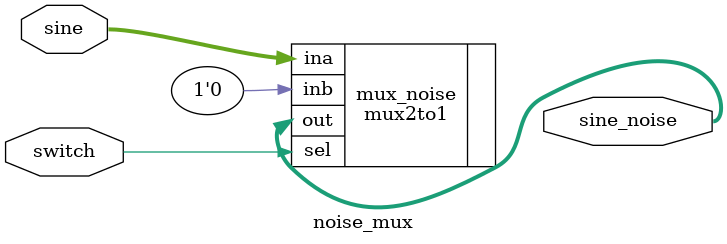
<source format=sv>
module noise_mux
(input logic [23:0] sine,
input logic switch,
output logic [23:0] sine_noise);

 mux2to1 #(.WD(24)) mux_noise (.ina(sine),
                              .sel(switch),
                              .inb (1'b0),
                               .out(sine_noise));

endmodule
</source>
